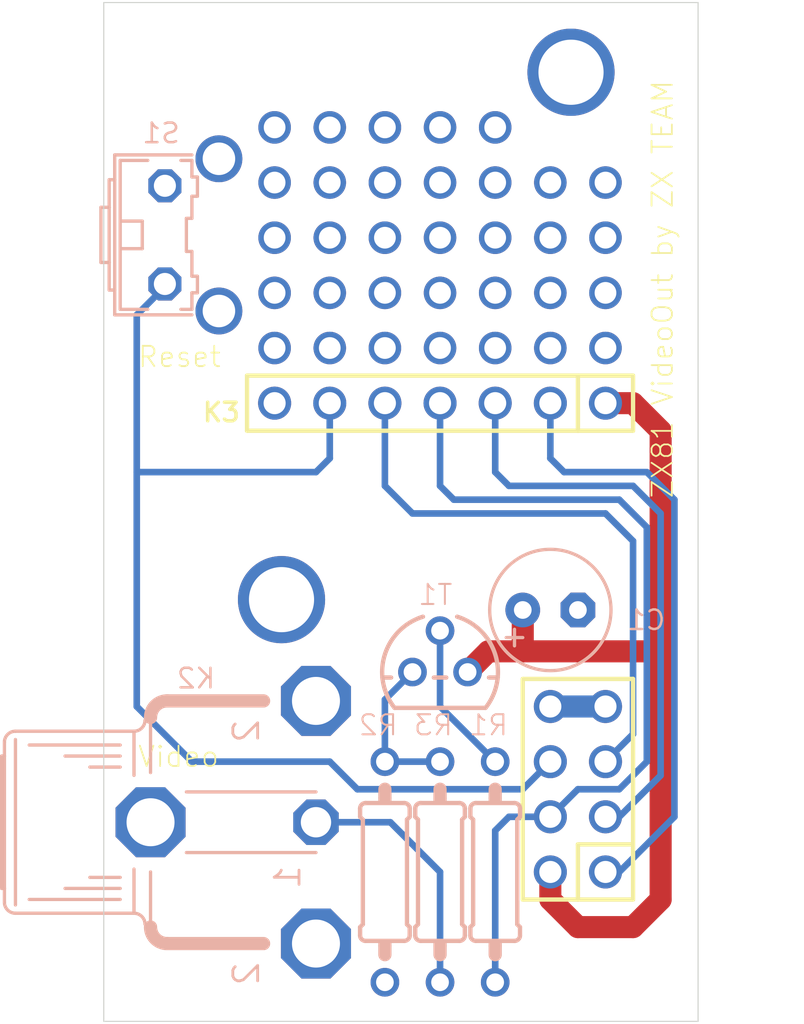
<source format=kicad_pcb>
(kicad_pcb (version 20241229) (generator "pcbnew") (generator_version "9.0")
  (title_block (title "Bluescreen2001 ZX81 Video Modulator") (date "2025-08-30") (rev "1"))
  (layers (0 "F.Cu" signal) (2 "B.Cu" signal) (13 "F.Paste" user) (15 "B.Paste" user) (5 "F.SilkS" user "F.Silkscreen") (7 "B.SilkS" user "B.Silkscreen") (1 "F.Mask" user) (3 "B.Mask" user) (25 "Edge.Cuts" user))
  (net 0 "")
  (net 1 "CHNSW")
  (net 2 "+5V")
  (net 3 "VIDEO")
  (net 4 "K1")
  (net 5 "/RESET")
  (net 6 "GND")
  (net 7 "N$1")
  (net 8 "N$6")
  (net 9 "N$7")
  (net 10 "N$23")
  (net 11 "N$20")
  (net 12 "N$21")
  (net 13 "N$22")
  (net 14 "N$24")
  (net 15 "N$25")
  (net 16 "N$26")
  (net 17 "N$27")
  (net 18 "N$30")
  (net 19 "N$31")
  (net 20 "N$32")
  (net 21 "N$33")
  (net 22 "N$34")
  (net 23 "N$35")
  (net 24 "N$36")
  (net 25 "N$37")
  (net 26 "N$38")
  (net 27 "N$39")
  (net 28 "N$40")
  (net 29 "N$41")
  (net 30 "N$42")
  (net 31 "N$43")
  (net 32 "N$45")
  (net 33 "N$46")
  (net 34 "N$47")
  (net 35 "N$48")
  (net 36 "N$49")
  (net 37 "N$50")
  (net 38 "N$51")
  (net 39 "N$3")
  (net 40 "N$52")
  (net 41 "N$4")
  (net 42 "N$5")
  (net 43 "N$8")
  (footprint "PINHEAD2X4" (layer "F.Cu") (at 76.835 70.1675 90)
    (property "Reference" "K6" (hide yes))
    (property "Value" "PINHEAD-2X4")
    (fp_line (start 1.27 -3.81) (end 1.27 1.27) (stroke (width 0.2)) (layer "F.SilkS"))
    (fp_line (start -8.89 -3.81) (end 1.27 -3.81) (stroke (width 0.2)) (layer "F.SilkS"))
    (fp_line (start -8.89 -1.27) (end -8.89 -3.81) (stroke (width 0.2)) (layer "F.SilkS"))
    (fp_line (start -8.89 -1.27) (end -6.35 -1.27) (stroke (width 0.2)) (layer "F.SilkS"))
    (fp_line (start 1.27 1.27) (end -6.35 1.27) (stroke (width 0.2)) (layer "F.SilkS"))
    (fp_line (start -6.35 1.27) (end -6.35 -1.27) (stroke (width 0.2)) (layer "F.SilkS"))
    (fp_line (start -6.35 1.27) (end -8.89 1.27) (stroke (width 0.2)) (layer "F.SilkS"))
    (fp_line (start -8.89 1.27) (end -8.89 -1.27) (stroke (width 0.2)) (layer "F.SilkS"))
    (pad "1" thru_hole circle (at -7.62 0 180) (size 1.524 1.524) (drill 1.016) (layers "*.Cu" "*.Mask") (net 1 "CHNSW"))
    (pad "2" thru_hole circle (at -7.62 -2.54 180) (size 1.524 1.524) (drill 1.016) (layers "*.Cu" "*.Mask") (net 2 "+5V"))
    (pad "3" thru_hole circle (at -5.08 0 180) (size 1.524 1.524) (drill 1.016) (layers "*.Cu" "*.Mask") (net 7 "N$1"))
    (pad "4" thru_hole circle (at -5.08 -2.54 180) (size 1.524 1.524) (drill 1.016) (layers "*.Cu" "*.Mask") (net 3 "VIDEO"))
    (pad "5" thru_hole circle (at -2.54 0 180) (size 1.524 1.524) (drill 1.016) (layers "*.Cu" "*.Mask") (net 4 "K1"))
    (pad "6" thru_hole circle (at -2.54 -2.54 180) (size 1.524 1.524) (drill 1.016) (layers "*.Cu" "*.Mask") (net 5 "/RESET"))
    (pad "7" thru_hole circle (at 0 0 180) (size 1.524 1.524) (drill 1.016) (layers "*.Cu" "*.Mask") (net 6 "GND"))
    (pad "8" thru_hole circle (at 0 -2.54 180) (size 1.524 1.524) (drill 1.016) (layers "*.Cu" "*.Mask") (net 6 "GND"))
  )
  (footprint "PINHEAD1X7" (layer "F.Cu") (at 69.215 56.1975 180)
    (property "Reference" "K3" (at 9.1313 0.0762 0) (layer "F.SilkS") (effects (font (size 0.85598 0.85598) (thickness 0.16002)) (justify right top)))
    (property "Value" "PINHEAD-1X7")
    (fp_line (start 8.89 1.27) (end -6.35 1.27) (stroke (width 0.2)) (layer "F.SilkS"))
    (fp_line (start 8.89 -1.27) (end 8.89 1.27) (stroke (width 0.2)) (layer "F.SilkS"))
    (fp_line (start -6.35 1.27) (end -6.35 -1.27) (stroke (width 0.2)) (layer "F.SilkS"))
    (fp_line (start -6.35 1.27) (end -8.89 1.27) (stroke (width 0.2)) (layer "F.SilkS"))
    (fp_line (start -6.35 -1.27) (end 8.89 -1.27) (stroke (width 0.2)) (layer "F.SilkS"))
    (fp_line (start -8.89 1.27) (end -8.89 -1.27) (stroke (width 0.2)) (layer "F.SilkS"))
    (fp_line (start -8.89 -1.27) (end -6.35 -1.27) (stroke (width 0.2)) (layer "F.SilkS"))
    (pad "1" thru_hole circle (at -7.62 0 270) (size 1.524 1.524) (drill 1.016) (layers "*.Cu" "*.Mask") (net 2 "+5V"))
    (pad "2" thru_hole circle (at -5.08 0 270) (size 1.524 1.524) (drill 1.016) (layers "*.Cu" "*.Mask") (net 1 "CHNSW"))
    (pad "3" thru_hole circle (at -2.54 0 270) (size 1.524 1.524) (drill 1.016) (layers "*.Cu" "*.Mask") (net 7 "N$1"))
    (pad "4" thru_hole circle (at 0 0 270) (size 1.524 1.524) (drill 1.016) (layers "*.Cu" "*.Mask") (net 3 "VIDEO"))
    (pad "5" thru_hole circle (at 2.54 0 270) (size 1.524 1.524) (drill 1.016) (layers "*.Cu" "*.Mask") (net 4 "K1"))
    (pad "6" thru_hole circle (at 5.08 0 270) (size 1.524 1.524) (drill 1.016) (layers "*.Cu" "*.Mask") (net 5 "/RESET"))
    (pad "7" thru_hole circle (at 7.62 0 270) (size 1.524 1.524) (drill 1.016) (layers "*.Cu" "*.Mask") (net 6 "GND"))
  )
  (footprint "R207_10" (layer "B.Cu") (at 66.675 77.7875 90)
    (property "Reference" "R2" (at 7.3025 -1.27 0) (layer "B.SilkS") (effects (font (size 0.92456 0.92456) (thickness 0.09144)) (justify right top mirror)))
    (property "Value" "100")
    (fp_line (start 2.921 -1.143) (end 2.54 -1.143) (stroke (width 0.2)) (layer "B.SilkS"))
    (fp_line (start -2.921 -1.143) (end -2.54 -1.143) (stroke (width 0.2)) (layer "B.SilkS"))
    (fp_line (start 2.413 -1.016) (end 2.54 -1.143) (stroke (width 0.2)) (layer "B.SilkS"))
    (fp_line (start 2.413 -1.016) (end -2.413 -1.016) (stroke (width 0.2)) (layer "B.SilkS"))
    (fp_line (start -2.413 -1.016) (end -2.54 -1.143) (stroke (width 0.2)) (layer "B.SilkS"))
    (fp_line (start 3.175 -0.889) (end 3.175 0.889) (stroke (width 0.2)) (layer "B.SilkS"))
    (fp_line (start -3.175 -0.889) (end -3.175 0.889) (stroke (width 0.2)) (layer "B.SilkS"))
    (fp_line (start 3.429 0) (end 3.81 0) (stroke (width 0.6096)) (layer "B.SilkS"))
    (fp_line (start -3.81 0) (end -3.429 0) (stroke (width 0.6096)) (layer "B.SilkS"))
    (fp_line (start 2.413 1.016) (end -2.413 1.016) (stroke (width 0.2)) (layer "B.SilkS"))
    (fp_line (start 2.413 1.016) (end 2.54 1.143) (stroke (width 0.2)) (layer "B.SilkS"))
    (fp_line (start -2.413 1.016) (end -2.54 1.143) (stroke (width 0.2)) (layer "B.SilkS"))
    (fp_line (start 2.921 1.143) (end 2.54 1.143) (stroke (width 0.2)) (layer "B.SilkS"))
    (fp_line (start -2.921 1.143) (end -2.54 1.143) (stroke (width 0.2)) (layer "B.SilkS"))
    (fp_arc (start 2.921 -1.143) (mid 3.100605 -1.068605) (end 3.175 -0.889) (stroke (width 0.2)) (layer "B.SilkS"))
    (fp_arc (start -3.175 -0.889) (mid -3.100605 -1.068605) (end -2.921 -1.143) (stroke (width 0.2)) (layer "B.SilkS"))
    (fp_arc (start 3.175 0.889) (mid 3.100605 1.068605) (end 2.921 1.143) (stroke (width 0.2)) (layer "B.SilkS"))
    (fp_arc (start -2.921 1.143) (mid -3.100605 1.068605) (end -3.175 0.889) (stroke (width 0.2)) (layer "B.SilkS"))
    (fp_poly (pts (xy 3.175 -0.3048) (xy 3.429 -0.3048) (xy 3.429 0.3048) (xy 3.175 0.3048)) (fill yes) (layer "B.SilkS"))
    (fp_poly (pts (xy -3.429 -0.3048) (xy -3.175 -0.3048) (xy -3.175 0.3048) (xy -3.429 0.3048)) (fill yes) (layer "B.SilkS"))
    (pad "1" thru_hole circle (at -5.08 0 90) (size 1.3208 1.3208) (drill 0.8128) (layers "*.Cu" "*.Mask") (net 6 "GND"))
    (pad "2" thru_hole circle (at 5.08 0 90) (size 1.3208 1.3208) (drill 0.8128) (layers "*.Cu" "*.Mask") (net 9 "N$7"))
  )
  (footprint "TOBU3" (layer "B.Cu") (at 60.96 75.4975 -90)
    (property "Reference" "K2" (at -6.096 2.032 -0) (layer "B.SilkS") (effects (font (size 0.9017 0.9017) (thickness 0.1143)) (justify left bottom mirror)))
    (property "Value" "Video")
    (fp_line (start -3.048 11.938) (end 3.048 11.938) (stroke (width 0.1524)) (layer "B.SilkS"))
    (fp_line (start 3.048 11.938) (end 3.048 11.811) (stroke (width 0.1524)) (layer "B.SilkS"))
    (fp_line (start -3.683 11.811) (end -3.048 11.811) (stroke (width 0.1524)) (layer "B.SilkS"))
    (fp_line (start -3.048 11.811) (end -3.048 11.938) (stroke (width 0.1524)) (layer "B.SilkS"))
    (fp_line (start -3.048 11.811) (end 3.048 11.811) (stroke (width 0.1524)) (layer "B.SilkS"))
    (fp_line (start 3.048 11.811) (end 3.683 11.811) (stroke (width 0.1524)) (layer "B.SilkS"))
    (fp_line (start -3.81 11.303) (end 3.81 11.303) (stroke (width 0.1524)) (layer "B.SilkS"))
    (fp_line (start 4.191 11.303) (end 4.191 5.842) (stroke (width 0.1524)) (layer "B.SilkS"))
    (fp_line (start -3.556 6.477) (end -3.556 10.668) (stroke (width 0.1524)) (layer "B.SilkS"))
    (fp_line (start -3.048 6.477) (end -3.048 9.017) (stroke (width 0.1524)) (layer "B.SilkS"))
    (fp_line (start -2.54 6.477) (end -2.54 7.874) (stroke (width 0.1524)) (layer "B.SilkS"))
    (fp_line (start 2.54 6.477) (end 2.54 7.874) (stroke (width 0.1524)) (layer "B.SilkS"))
    (fp_line (start 3.048 6.477) (end 3.048 9.017) (stroke (width 0.1524)) (layer "B.SilkS"))
    (fp_line (start 3.556 6.477) (end 3.556 10.668) (stroke (width 0.1524)) (layer "B.SilkS"))
    (fp_line (start -4.191 5.842) (end -4.191 11.303) (stroke (width 0.1524)) (layer "B.SilkS"))
    (fp_line (start -2.159 5.842) (end -4.191 5.842) (stroke (width 0.1524)) (layer "B.SilkS"))
    (fp_line (start 4.191 5.842) (end 2.159 5.842) (stroke (width 0.1524)) (layer "B.SilkS"))
    (fp_line (start -4.826 5.08) (end -2.286 5.08) (stroke (width 0.1524)) (layer "B.SilkS"))
    (fp_line (start 2.286 5.08) (end 4.826 5.08) (stroke (width 0.1524)) (layer "B.SilkS"))
    (fp_line (start 5.588 4.318) (end 5.588 -0.127) (stroke (width 0.6096)) (layer "B.SilkS"))
    (fp_line (start -5.588 -0.127) (end -5.588 4.318) (stroke (width 0.6096)) (layer "B.SilkS"))
    (fp_line (start -1.397 -2.54) (end -1.397 3.429) (stroke (width 0.1524)) (layer "B.SilkS"))
    (fp_line (start 1.397 -2.54) (end 1.397 3.429) (stroke (width 0.1524)) (layer "B.SilkS"))
    (fp_arc (start -3.683 11.811) (mid -4.04221 11.66221) (end -4.191 11.303) (stroke (width 0.1524)) (layer "B.SilkS"))
    (fp_arc (start 4.191 11.303) (mid 4.04221 11.66221) (end 3.683 11.811) (stroke (width 0.1524)) (layer "B.SilkS"))
    (fp_arc (start 4.191 5.842) (mid 4.33979 5.48279) (end 4.699 5.334) (stroke (width 0.1524)) (layer "B.SilkS"))
    (fp_arc (start -4.699 5.334) (mid -4.33979 5.48279) (end -4.191 5.842) (stroke (width 0.1524)) (layer "B.SilkS"))
    (fp_arc (start -4.826 5.08) (mid -5.364815 4.856815) (end -5.588 4.318) (stroke (width 0.6096)) (layer "B.SilkS"))
    (fp_arc (start 5.588 4.318) (mid 5.364815 4.856815) (end 4.826 5.08) (stroke (width 0.6096)) (layer "B.SilkS"))
    (fp_text user "2" (at 6.35 0 90) (layer "B.SilkS") (effects (font (size 1.143 1.143) (thickness 0.127)) (justify left bottom mirror)))
    (fp_text user "1" (at 1.905 -1.905 90) (layer "B.SilkS") (effects (font (size 1.143 1.143) (thickness 0.127)) (justify left bottom mirror)))
    (fp_text user "2 " (at -4.826 0 90) (layer "B.SilkS") (effects (font (size 1.143 1.143) (thickness 0.127)) (justify left bottom mirror)))
    (pad "1" thru_hole roundrect (at 0 -2.54 270) (size 2.0955 2.0955) (drill 1.397) (layers "*.Cu" "*.Mask") (chamfer_ratio 0.2928932188) (chamfer top_left top_right bottom_left bottom_right) (net 10 "N$23"))
    (pad "2" thru_hole roundrect (at 5.588 -2.54 270) (size 3.2258 3.2258) (drill 2.2098) (layers "*.Cu" "*.Mask") (chamfer_ratio 0.2928932188) (chamfer top_left top_right bottom_left bottom_right) (net 6 "GND"))
    (pad "2@1" thru_hole roundrect (at -5.588 -2.54 270) (size 3.2258 3.2258) (drill 2.2098) (layers "*.Cu" "*.Mask") (chamfer_ratio 0.2928932188) (chamfer top_left top_right bottom_left bottom_right) (net 6 "GND"))
    (pad "2@2" thru_hole roundrect (at 0 5.08 270) (size 3.2258 3.2258) (drill 2.2098) (layers "*.Cu" "*.Mask") (chamfer_ratio 0.2928932188) (chamfer top_left top_right bottom_left bottom_right) (net 6 "GND"))
  )
  (footprint "E2,5-6" (layer "B.Cu") (at 74.295 65.7225)
    (property "Reference" "C1" (at 3.46075 -0.0635 0) (layer "B.SilkS") (effects (font (size 0.9017 0.9017) (thickness 0.1143)) (justify right top mirror)))
    (property "Value" "220µ/10V")
    (fp_line (start -2.032 1.27) (end -1.651 1.27) (stroke (width 0.1524)) (layer "B.SilkS"))
    (fp_line (start -1.651 0.889) (end -1.651 1.27) (stroke (width 0.1524)) (layer "B.SilkS"))
    (fp_line (start -1.651 1.27) (end -1.651 1.651) (stroke (width 0.1524)) (layer "B.SilkS"))
    (fp_line (start -1.651 1.27) (end -1.27 1.27) (stroke (width 0.1524)) (layer "B.SilkS"))
    (fp_circle (center 0 0) (end 2.794 0) (stroke (width 0.1524)) (fill no) (layer "B.SilkS"))
    (pad "+" thru_hole circle (at -1.27 0) (size 1.6002 1.6002) (drill 0.8128) (layers "*.Cu" "*.Mask") (net 2 "+5V"))
    (pad "-" thru_hole roundrect (at 1.27 0) (size 1.6002 1.6002) (drill 0.8128) (layers "*.Cu" "*.Mask") (chamfer_ratio 0.2928932188) (chamfer top_left top_right bottom_left bottom_right) (net 6 "GND"))
  )
  (footprint "R207_10" (layer "B.Cu") (at 71.755 77.7875 90)
    (property "Reference" "R1" (at 7.3025 -1.27 0) (layer "B.SilkS") (effects (font (size 0.92456 0.92456) (thickness 0.09144)) (justify right top mirror)))
    (property "Value" "270")
    (fp_line (start 2.921 -1.143) (end 2.54 -1.143) (stroke (width 0.2)) (layer "B.SilkS"))
    (fp_line (start -2.921 -1.143) (end -2.54 -1.143) (stroke (width 0.2)) (layer "B.SilkS"))
    (fp_line (start 2.413 -1.016) (end 2.54 -1.143) (stroke (width 0.2)) (layer "B.SilkS"))
    (fp_line (start 2.413 -1.016) (end -2.413 -1.016) (stroke (width 0.2)) (layer "B.SilkS"))
    (fp_line (start -2.413 -1.016) (end -2.54 -1.143) (stroke (width 0.2)) (layer "B.SilkS"))
    (fp_line (start 3.175 -0.889) (end 3.175 0.889) (stroke (width 0.2)) (layer "B.SilkS"))
    (fp_line (start -3.175 -0.889) (end -3.175 0.889) (stroke (width 0.2)) (layer "B.SilkS"))
    (fp_line (start 3.429 0) (end 3.81 0) (stroke (width 0.6096)) (layer "B.SilkS"))
    (fp_line (start -3.81 0) (end -3.429 0) (stroke (width 0.6096)) (layer "B.SilkS"))
    (fp_line (start 2.413 1.016) (end -2.413 1.016) (stroke (width 0.2)) (layer "B.SilkS"))
    (fp_line (start 2.413 1.016) (end 2.54 1.143) (stroke (width 0.2)) (layer "B.SilkS"))
    (fp_line (start -2.413 1.016) (end -2.54 1.143) (stroke (width 0.2)) (layer "B.SilkS"))
    (fp_line (start 2.921 1.143) (end 2.54 1.143) (stroke (width 0.2)) (layer "B.SilkS"))
    (fp_line (start -2.921 1.143) (end -2.54 1.143) (stroke (width 0.2)) (layer "B.SilkS"))
    (fp_arc (start 2.921 -1.143) (mid 3.100605 -1.068605) (end 3.175 -0.889) (stroke (width 0.2)) (layer "B.SilkS"))
    (fp_arc (start -3.175 -0.889) (mid -3.100605 -1.068605) (end -2.921 -1.143) (stroke (width 0.2)) (layer "B.SilkS"))
    (fp_arc (start 3.175 0.889) (mid 3.100605 1.068605) (end 2.921 1.143) (stroke (width 0.2)) (layer "B.SilkS"))
    (fp_arc (start -2.921 1.143) (mid -3.100605 1.068605) (end -3.175 0.889) (stroke (width 0.2)) (layer "B.SilkS"))
    (fp_poly (pts (xy 3.175 -0.3048) (xy 3.429 -0.3048) (xy 3.429 0.3048) (xy 3.175 0.3048)) (fill yes) (layer "B.SilkS"))
    (fp_poly (pts (xy -3.429 -0.3048) (xy -3.175 -0.3048) (xy -3.175 0.3048) (xy -3.429 0.3048)) (fill yes) (layer "B.SilkS"))
    (pad "1" thru_hole circle (at -5.08 0 90) (size 1.3208 1.3208) (drill 0.8128) (layers "*.Cu" "*.Mask") (net 3 "VIDEO"))
    (pad "2" thru_hole circle (at 5.08 0 90) (size 1.3208 1.3208) (drill 0.8128) (layers "*.Cu" "*.Mask") (net 8 "N$6"))
  )
  (footprint "R207_10" (layer "B.Cu") (at 69.215 77.7875 -90)
    (property "Reference" "R3" (at -7.3025 1.27 0) (layer "B.SilkS") (effects (font (size 0.92456 0.92456) (thickness 0.09144)) (justify right top mirror)))
    (property "Value" "62")
    (fp_line (start -2.921 1.143) (end -2.54 1.143) (stroke (width 0.2)) (layer "B.SilkS"))
    (fp_line (start 2.921 1.143) (end 2.54 1.143) (stroke (width 0.2)) (layer "B.SilkS"))
    (fp_line (start -2.413 1.016) (end -2.54 1.143) (stroke (width 0.2)) (layer "B.SilkS"))
    (fp_line (start 2.413 1.016) (end 2.54 1.143) (stroke (width 0.2)) (layer "B.SilkS"))
    (fp_line (start 2.413 1.016) (end -2.413 1.016) (stroke (width 0.2)) (layer "B.SilkS"))
    (fp_line (start -3.81 0) (end -3.429 0) (stroke (width 0.6096)) (layer "B.SilkS"))
    (fp_line (start 3.429 0) (end 3.81 0) (stroke (width 0.6096)) (layer "B.SilkS"))
    (fp_line (start -3.175 -0.889) (end -3.175 0.889) (stroke (width 0.2)) (layer "B.SilkS"))
    (fp_line (start 3.175 -0.889) (end 3.175 0.889) (stroke (width 0.2)) (layer "B.SilkS"))
    (fp_line (start -2.413 -1.016) (end -2.54 -1.143) (stroke (width 0.2)) (layer "B.SilkS"))
    (fp_line (start 2.413 -1.016) (end -2.413 -1.016) (stroke (width 0.2)) (layer "B.SilkS"))
    (fp_line (start 2.413 -1.016) (end 2.54 -1.143) (stroke (width 0.2)) (layer "B.SilkS"))
    (fp_line (start -2.921 -1.143) (end -2.54 -1.143) (stroke (width 0.2)) (layer "B.SilkS"))
    (fp_line (start 2.921 -1.143) (end 2.54 -1.143) (stroke (width 0.2)) (layer "B.SilkS"))
    (fp_arc (start -2.921 1.143) (mid -3.100605 1.068605) (end -3.175 0.889) (stroke (width 0.2)) (layer "B.SilkS"))
    (fp_arc (start 3.175 0.889) (mid 3.100605 1.068605) (end 2.921 1.143) (stroke (width 0.2)) (layer "B.SilkS"))
    (fp_arc (start -3.175 -0.889) (mid -3.100605 -1.068605) (end -2.921 -1.143) (stroke (width 0.2)) (layer "B.SilkS"))
    (fp_arc (start 2.921 -1.143) (mid 3.100605 -1.068605) (end 3.175 -0.889) (stroke (width 0.2)) (layer "B.SilkS"))
    (fp_poly (pts (xy -3.429 -0.3048) (xy -3.175 -0.3048) (xy -3.175 0.3048) (xy -3.429 0.3048)) (fill yes) (layer "B.SilkS"))
    (fp_poly (pts (xy 3.175 -0.3048) (xy 3.429 -0.3048) (xy 3.429 0.3048) (xy 3.175 0.3048)) (fill yes) (layer "B.SilkS"))
    (pad "1" thru_hole circle (at -5.08 0 270) (size 1.3208 1.3208) (drill 0.8128) (layers "*.Cu" "*.Mask") (net 9 "N$7"))
    (pad "2" thru_hole circle (at 5.08 0 270) (size 1.3208 1.3208) (drill 0.8128) (layers "*.Cu" "*.Mask") (net 10 "N$23"))
  )
  (footprint "TO92" (layer "B.Cu") (at 69.215 68.58 180)
    (property "Reference" "T1" (at -0.635 3.01625 -0) (layer "B.SilkS") (effects (font (size 0.92456 0.92456) (thickness 0.09144)) (justify left bottom mirror)))
    (property "Value" "T-NPN-BC547")
    (fp_line (start 2.2537 -0.254) (end 2.6549 -0.254) (stroke (width 0.2)) (layer "B.SilkS"))
    (fp_line (start -0.2863 -0.254) (end 0.2863 -0.254) (stroke (width 0.2)) (layer "B.SilkS"))
    (fp_line (start -2.0945 -1.651) (end 2.0945 -1.651) (stroke (width 0.2)) (layer "B.SilkS"))
    (fp_line (start -2.6549 -0.254) (end -2.2537 -0.254) (stroke (width 0.2)) (layer "B.SilkS"))
    (fp_arc (start 2.094499 -1.651) (mid 2.546275 0.793203) (end 0.7863 2.5484) (stroke (width 0.2)) (layer "B.SilkS"))
    (fp_arc (start -0.786299 2.548501) (mid -2.219001 1.479566) (end -2.6549 -0.254) (stroke (width 0.2)) (layer "B.SilkS"))
    (fp_arc (start -2.654901 -0.254) (mid -2.475347 -0.992847) (end -2.0946 -1.651) (stroke (width 0.2)) (layer "B.SilkS"))
    (pad "B" thru_hole circle (at 0 1.905 180) (size 1.3208 1.3208) (drill 0.8128) (layers "*.Cu" "*.Mask") (net 8 "N$6"))
    (pad "C" thru_hole circle (at -1.27 0 180) (size 1.3208 1.3208) (drill 0.8128) (layers "*.Cu" "*.Mask") (net 2 "+5V"))
    (pad "E" thru_hole circle (at 1.27 0 180) (size 1.3208 1.3208) (drill 0.8128) (layers "*.Cu" "*.Mask") (net 9 "N$7"))
  )
  (footprint "B3F-31XX" (layer "B.Cu") (at 57.785 48.4475 90)
    (property "Reference" "S1" (at 5.21 -2.3525 0) (layer "B.SilkS") (effects (font (size 0.9017 0.9017) (thickness 0.1143)) (justify right top mirror)))
    (property "Value" "RESET")
    (fp_line (start -1.27 -4.191) (end 1.27 -4.191) (stroke (width 0.1524)) (layer "B.SilkS"))
    (fp_line (start 1.27 -3.81) (end 1.27 -4.191) (stroke (width 0.1524)) (layer "B.SilkS"))
    (fp_line (start 1.27 -3.81) (end 2.54 -3.81) (stroke (width 0.1524)) (layer "B.SilkS"))
    (fp_line (start -1.27 -3.81) (end -1.27 -4.191) (stroke (width 0.1524)) (layer "B.SilkS"))
    (fp_line (start -1.27 -3.81) (end 1.27 -3.81) (stroke (width 0.1524)) (layer "B.SilkS"))
    (fp_line (start -2.54 -3.81) (end -1.27 -3.81) (stroke (width 0.1524)) (layer "B.SilkS"))
    (fp_line (start 3.683 -3.556) (end 2.54 -3.556) (stroke (width 0.1524)) (layer "B.SilkS"))
    (fp_line (start 2.54 -3.556) (end 2.54 -3.81) (stroke (width 0.1524)) (layer "B.SilkS"))
    (fp_line (start 2.54 -3.556) (end -3.683 -3.556) (stroke (width 0.1524)) (layer "B.SilkS"))
    (fp_line (start -2.54 -3.556) (end -2.54 -3.81) (stroke (width 0.1524)) (layer "B.SilkS"))
    (fp_line (start 0.635 -3.302) (end 3.429 -3.302) (stroke (width 0.1524)) (layer "B.SilkS"))
    (fp_line (start 0.635 -3.302) (end 0.635 -2.286) (stroke (width 0.1524)) (layer "B.SilkS"))
    (fp_line (start -0.635 -3.302) (end 0.635 -3.302) (stroke (width 0.1524)) (layer "B.SilkS"))
    (fp_line (start -0.635 -3.302) (end -0.635 -2.286) (stroke (width 0.1524)) (layer "B.SilkS"))
    (fp_line (start -3.429 -3.302) (end -0.635 -3.302) (stroke (width 0.1524)) (layer "B.SilkS"))
    (fp_line (start -0.635 -2.286) (end 0.635 -2.286) (stroke (width 0.1524)) (layer "B.SilkS"))
    (fp_line (start 3.429 -2.032) (end 3.429 -3.302) (stroke (width 0.1524)) (layer "B.SilkS"))
    (fp_line (start -3.429 -2.032) (end -3.429 -3.302) (stroke (width 0.1524)) (layer "B.SilkS"))
    (fp_line (start 3.429 -0.508) (end 3.429 0) (stroke (width 0.1524)) (layer "B.SilkS"))
    (fp_line (start -3.429 -0.508) (end -3.429 0) (stroke (width 0.1524)) (layer "B.SilkS"))
    (fp_line (start -0.762 -0.254) (end 0.762 -0.254) (stroke (width 0.1524)) (layer "B.SilkS"))
    (fp_line (start -0.762 -0.254) (end -0.762 0) (stroke (width 0.1524)) (layer "B.SilkS"))
    (fp_line (start 3.683 0) (end 3.683 -3.556) (stroke (width 0.1524)) (layer "B.SilkS"))
    (fp_line (start 2.667 0) (end 3.429 0) (stroke (width 0.1524)) (layer "B.SilkS"))
    (fp_line (start 2.667 0) (end 2.667 0.254) (stroke (width 0.1524)) (layer "B.SilkS"))
    (fp_line (start 1.778 0) (end 1.778 0.254) (stroke (width 0.1524)) (layer "B.SilkS"))
    (fp_line (start 0.762 0) (end 0.762 -0.254) (stroke (width 0.1524)) (layer "B.SilkS"))
    (fp_line (start 0.762 0) (end 1.778 0) (stroke (width 0.1524)) (layer "B.SilkS"))
    (fp_line (start -1.905 0) (end -0.762 0) (stroke (width 0.1524)) (layer "B.SilkS"))
    (fp_line (start -1.905 0) (end -1.905 0.254) (stroke (width 0.1524)) (layer "B.SilkS"))
    (fp_line (start -3.429 0) (end -2.667 0) (stroke (width 0.1524)) (layer "B.SilkS"))
    (fp_line (start -3.683 0) (end -3.683 -3.556) (stroke (width 0.1524)) (layer "B.SilkS"))
    (fp_line (start 1.778 0.254) (end 2.667 0.254) (stroke (width 0.1524)) (layer "B.SilkS"))
    (fp_line (start -2.667 0.254) (end -2.667 0) (stroke (width 0.1524)) (layer "B.SilkS"))
    (fp_line (start -2.667 0.254) (end -1.905 0.254) (stroke (width 0.1524)) (layer "B.SilkS"))
    (pad "1" thru_hole roundrect (at -2.2606 -1.2446 90) (size 1.524 1.524) (drill 1.016) (layers "*.Cu" "*.Mask") (chamfer_ratio 0.2928932188) (chamfer top_left top_right bottom_left bottom_right) (net 5 "/RESET"))
    (pad "2" thru_hole roundrect (at 2.2606 -1.2446 90) (size 1.524 1.524) (drill 1.016) (layers "*.Cu" "*.Mask") (chamfer_ratio 0.2928932188) (chamfer top_left top_right bottom_left bottom_right) (net 6 "GND"))
    (pad "3" thru_hole circle (at -3.5052 1.2446 90) (size 2.159 2.159) (drill 1.4986) (layers "*.Cu" "*.Mask"))
    (pad "4" thru_hole circle (at 3.5052 1.2446 90) (size 2.159 2.159) (drill 1.4986) (layers "*.Cu" "*.Mask"))
  )
  (gr_line (start 53.725 37.7475) (end 81.1 37.7475) (stroke (width 0.05)) (layer "Edge.Cuts"))
  (gr_line (start 53.725 84.6675) (end 53.725 37.7475) (stroke (width 0.05)) (layer "Edge.Cuts"))
  (gr_line (start 81.1 37.7475) (end 81.1 84.6675) (stroke (width 0.05)) (layer "Edge.Cuts"))
  (gr_line (start 81.1 84.6675) (end 53.725 84.6675) (stroke (width 0.05)) (layer "Edge.Cuts"))
  (gr_text "Video" (at 55.245 73.025 0) (layer "F.SilkS") (effects (font (size 0.93472 0.93472) (thickness 0.08128)) (justify left bottom)))
  (gr_text "Reset" (at 55.245 54.61 0) (layer "F.SilkS") (effects (font (size 0.93472 0.93472) (thickness 0.08128)) (justify left bottom)))
  (gr_text "ZX81 VideoOut by ZX TEAM" (at 80.01 60.6425 90) (layer "F.SilkS") (effects (font (size 0.93472 0.93472) (thickness 0.08128)) (justify left bottom)))
  (segment (start 76.8375 77.79) (end 76.835 77.7875) (width 0.3048) (layer "F.Cu") (net 1))
  (segment (start 80.01 75.2475) (end 80.01 60.6425) (width 0.3048) (layer "B.Cu") (net 1))
  (segment (start 76.835 77.7875) (end 77.47 77.7875) (width 0.3048) (layer "B.Cu") (net 1))
  (segment (start 74.295 58.7375) (end 74.93 59.3725) (width 0.3048) (layer "B.Cu") (net 1))
  (segment (start 78.74 59.3725) (end 80.01 60.6425) (width 0.3048) (layer "B.Cu") (net 1))
  (segment (start 77.47 77.7875) (end 80.01 75.2475) (width 0.3048) (layer "B.Cu") (net 1))
  (segment (start 74.295 56.1975) (end 74.295 58.7375) (width 0.3048) (layer "B.Cu") (net 1))
  (segment (start 74.93 59.3725) (end 78.74 59.3725) (width 0.3048) (layer "B.Cu") (net 1))
  (segment (start 73.025 67.6275) (end 71.4375 67.6275) (width 1.016) (layer "F.Cu") (net 2))
  (segment (start 76.835 56.1975) (end 78.105 56.1975) (width 1.016) (layer "F.Cu") (net 2))
  (segment (start 75.565 80.3275) (end 78.105 80.3275) (width 1.016) (layer "F.Cu") (net 2))
  (segment (start 79.375 79.0575) (end 79.375 67.6275) (width 1.016) (layer "F.Cu") (net 2))
  (segment (start 78.105 80.3275) (end 79.375 79.0575) (width 1.016) (layer "F.Cu") (net 2))
  (segment (start 79.375 57.4675) (end 79.375 67.6275) (width 1.016) (layer "F.Cu") (net 2))
  (segment (start 71.4375 67.6275) (end 70.485 68.58) (width 1.016) (layer "F.Cu") (net 2))
  (segment (start 74.295 79.0575) (end 75.565 80.3275) (width 1.016) (layer "F.Cu") (net 2))
  (segment (start 74.295 77.7875) (end 74.295 79.0575) (width 1.016) (layer "F.Cu") (net 2))
  (segment (start 73.025 65.7225) (end 73.025 67.6275) (width 1.016) (layer "F.Cu") (net 2))
  (segment (start 78.105 56.1975) (end 79.375 57.4675) (width 1.016) (layer "F.Cu") (net 2))
  (segment (start 79.375 67.6275) (end 73.025 67.6275) (width 1.016) (layer "F.Cu") (net 2))
  (segment (start 77.47 60.6425) (end 78.74 61.9125) (width 0.3048) (layer "B.Cu") (net 3))
  (segment (start 75.565 73.9775) (end 74.295 75.2475) (width 0.3048) (layer "B.Cu") (net 3))
  (segment (start 72.39 75.2475) (end 74.295 75.2475) (width 0.3048) (layer "B.Cu") (net 3))
  (segment (start 78.74 61.9125) (end 78.74 72.7075) (width 0.3048) (layer "B.Cu") (net 3))
  (segment (start 77.47 73.9775) (end 75.565 73.9775) (width 0.3048) (layer "B.Cu") (net 3))
  (segment (start 69.215 60.0075) (end 69.85 60.6425) (width 0.3048) (layer "B.Cu") (net 3))
  (segment (start 69.85 60.6425) (end 77.47 60.6425) (width 0.3048) (layer "B.Cu") (net 3))
  (segment (start 71.755 75.8825) (end 72.39 75.2475) (width 0.3048) (layer "B.Cu") (net 3))
  (segment (start 78.74 72.7075) (end 77.47 73.9775) (width 0.3048) (layer "B.Cu") (net 3))
  (segment (start 71.755 82.8675) (end 71.755 75.8825) (width 0.3048) (layer "B.Cu") (net 3))
  (segment (start 69.215 56.1975) (end 69.215 60.0075) (width 0.3048) (layer "B.Cu") (net 3))
  (segment (start 78.105 62.5475) (end 76.835 61.2775) (width 0.3048) (layer "B.Cu") (net 4))
  (segment (start 76.835 61.2775) (end 67.945 61.2775) (width 0.3048) (layer "B.Cu") (net 4))
  (segment (start 76.835 72.7075) (end 78.105 71.4375) (width 0.3048) (layer "B.Cu") (net 4))
  (segment (start 66.675 60.0075) (end 66.675 56.1975) (width 0.3048) (layer "B.Cu") (net 4))
  (segment (start 78.105 71.4375) (end 78.105 62.5475) (width 0.3048) (layer "B.Cu") (net 4))
  (segment (start 67.945 61.2775) (end 66.675 60.0075) (width 0.3048) (layer "B.Cu") (net 4))
  (segment (start 64.135 58.7375) (end 63.5 59.3725) (width 0.3048) (layer "B.Cu") (net 5))
  (segment (start 56.5404 50.8381) (end 56.5404 50.7081) (width 0.3048) (layer "B.Cu") (net 5))
  (segment (start 65.405 73.9775) (end 64.135 72.7075) (width 0.3048) (layer "B.Cu") (net 5))
  (segment (start 56.5404 50.8381) (end 55.245 52.1335) (width 0.3048) (layer "B.Cu") (net 5))
  (segment (start 74.295 72.7075) (end 73.025 73.9775) (width 0.3048) (layer "B.Cu") (net 5))
  (segment (start 63.5 59.3725) (end 55.245 59.3725) (width 0.3048) (layer "B.Cu") (net 5))
  (segment (start 57.785 72.7075) (end 55.245 70.1675) (width 0.3048) (layer "B.Cu") (net 5))
  (segment (start 73.025 73.9775) (end 65.405 73.9775) (width 0.3048) (layer "B.Cu") (net 5))
  (segment (start 64.135 72.7075) (end 57.785 72.7075) (width 0.3048) (layer "B.Cu") (net 5))
  (segment (start 55.245 59.3725) (end 55.245 52.1335) (width 0.3048) (layer "B.Cu") (net 5))
  (segment (start 64.135 56.1975) (end 64.135 58.7375) (width 0.3048) (layer "B.Cu") (net 5))
  (segment (start 55.245 70.1675) (end 55.245 59.3725) (width 0.3048) (layer "B.Cu") (net 5))
  (via (at 75.2475 40.9575) (size 4.016) (drill 3) (layers "F.Cu" "B.Cu") (net 6))
  (via (at 61.9125 65.24625) (size 4.016) (drill 3) (layers "F.Cu" "B.Cu") (net 6))
  (segment (start 74.295 70.1675) (end 76.835 70.1675) (width 1.016) (layer "B.Cu") (net 6))
  (segment (start 78.105 60.0075) (end 79.375 61.2775) (width 0.3048) (layer "B.Cu") (net 7))
  (segment (start 71.755 56.1975) (end 71.755 59.3725) (width 0.3048) (layer "B.Cu") (net 7))
  (segment (start 71.755 59.3725) (end 72.39 60.0075) (width 0.3048) (layer "B.Cu") (net 7))
  (segment (start 72.39 60.0075) (end 78.105 60.0075) (width 0.3048) (layer "B.Cu") (net 7))
  (segment (start 79.375 73.3425) (end 79.375 61.2775) (width 0.3048) (layer "B.Cu") (net 7))
  (segment (start 76.835 75.2475) (end 77.47 75.2475) (width 0.3048) (layer "B.Cu") (net 7))
  (segment (start 77.47 75.2475) (end 79.375 73.3425) (width 0.3048) (layer "B.Cu") (net 7))
  (segment (start 69.215 70.1675) (end 71.755 72.7075) (width 0.3048) (layer "B.Cu") (net 8))
  (segment (start 69.215 66.675) (end 69.215 70.1675) (width 0.3048) (layer "B.Cu") (net 8))
  (segment (start 66.675 69.85) (end 67.945 68.58) (width 0.3048) (layer "B.Cu") (net 9))
  (segment (start 69.215 72.7075) (end 66.675 72.7075) (width 0.3048) (layer "B.Cu") (net 9))
  (segment (start 66.675 72.7075) (end 66.675 69.85) (width 0.3048) (layer "B.Cu") (net 9))
  (segment (start 69.215 77.7875) (end 66.925 75.4975) (width 0.3048) (layer "B.Cu") (net 10))
  (segment (start 69.215 82.8675) (end 69.215 77.7875) (width 0.3048) (layer "B.Cu") (net 10))
  (segment (start 63.5 75.4975) (end 66.925 75.4975) (width 0.3048) (layer "B.Cu") (net 10))
  (via (at 61.595 53.6575) (size 1.5) (drill 1) (layers "F.Cu" "B.Cu") (net 11))
  (via (at 64.135 53.6575) (size 1.5) (drill 1) (layers "F.Cu" "B.Cu") (net 12))
  (via (at 66.675 53.6575) (size 1.5) (drill 1) (layers "F.Cu" "B.Cu") (net 13))
  (via (at 69.215 53.6575) (size 1.5) (drill 1) (layers "F.Cu" "B.Cu") (net 14))
  (via (at 71.755 53.6575) (size 1.5) (drill 1) (layers "F.Cu" "B.Cu") (net 15))
  (via (at 74.295 53.6575) (size 1.5) (drill 1) (layers "F.Cu" "B.Cu") (net 16))
  (via (at 76.835 53.6575) (size 1.5) (drill 1) (layers "F.Cu" "B.Cu") (net 17))
  (via (at 61.595 51.1175) (size 1.5) (drill 1) (layers "F.Cu" "B.Cu") (net 18))
  (via (at 64.135 51.1175) (size 1.5) (drill 1) (layers "F.Cu" "B.Cu") (net 19))
  (via (at 66.675 51.1175) (size 1.5) (drill 1) (layers "F.Cu" "B.Cu") (net 20))
  (via (at 69.215 51.1175) (size 1.5) (drill 1) (layers "F.Cu" "B.Cu") (net 21))
  (via (at 71.755 51.1175) (size 1.5) (drill 1) (layers "F.Cu" "B.Cu") (net 22))
  (via (at 74.295 51.1175) (size 1.5) (drill 1) (layers "F.Cu" "B.Cu") (net 23))
  (via (at 76.835 51.1175) (size 1.5) (drill 1) (layers "F.Cu" "B.Cu") (net 24))
  (via (at 61.595 48.5775) (size 1.5) (drill 1) (layers "F.Cu" "B.Cu") (net 25))
  (via (at 64.135 48.5775) (size 1.5) (drill 1) (layers "F.Cu" "B.Cu") (net 26))
  (via (at 66.675 48.5775) (size 1.5) (drill 1) (layers "F.Cu" "B.Cu") (net 27))
  (via (at 69.215 48.5775) (size 1.5) (drill 1) (layers "F.Cu" "B.Cu") (net 28))
  (via (at 71.755 48.5775) (size 1.5) (drill 1) (layers "F.Cu" "B.Cu") (net 29))
  (via (at 74.295 48.5775) (size 1.5) (drill 1) (layers "F.Cu" "B.Cu") (net 30))
  (via (at 76.835 48.5775) (size 1.5) (drill 1) (layers "F.Cu" "B.Cu") (net 31))
  (via (at 61.595 46.0375) (size 1.5) (drill 1) (layers "F.Cu" "B.Cu") (net 32))
  (via (at 64.135 46.0375) (size 1.5) (drill 1) (layers "F.Cu" "B.Cu") (net 33))
  (via (at 66.675 46.0375) (size 1.5) (drill 1) (layers "F.Cu" "B.Cu") (net 34))
  (via (at 69.215 46.0375) (size 1.5) (drill 1) (layers "F.Cu" "B.Cu") (net 35))
  (via (at 71.755 46.0375) (size 1.5) (drill 1) (layers "F.Cu" "B.Cu") (net 36))
  (via (at 74.295 46.0375) (size 1.5) (drill 1) (layers "F.Cu" "B.Cu") (net 37))
  (via (at 76.835 46.0375) (size 1.5) (drill 1) (layers "F.Cu" "B.Cu") (net 38))
  (via (at 61.595 43.4975) (size 1.5) (drill 1) (layers "F.Cu" "B.Cu") (net 39))
  (via (at 64.135 43.4975) (size 1.5) (drill 1) (layers "F.Cu" "B.Cu") (net 40))
  (via (at 66.675 43.4975) (size 1.5) (drill 1) (layers "F.Cu" "B.Cu") (net 41))
  (via (at 69.215 43.4975) (size 1.5) (drill 1) (layers "F.Cu" "B.Cu") (net 42))
  (via (at 71.755 43.4975) (size 1.5) (drill 1) (layers "F.Cu" "B.Cu") (net 43))
)
</source>
